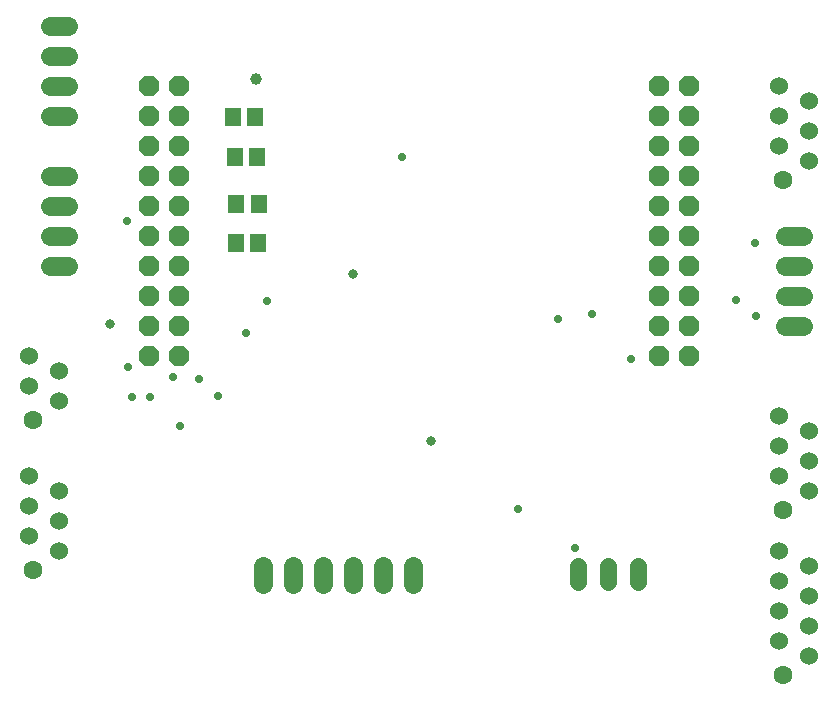
<source format=gts>
G75*
%MOIN*%
%OFA0B0*%
%FSLAX24Y24*%
%IPPOS*%
%LPD*%
%AMOC8*
5,1,8,0,0,1.08239X$1,22.5*
%
%ADD10OC8,0.0670*%
%ADD11C,0.0640*%
%ADD12C,0.0580*%
%ADD13C,0.0600*%
%ADD14C,0.0631*%
%ADD15R,0.0552X0.0631*%
%ADD16C,0.0316*%
%ADD17C,0.0276*%
%ADD18C,0.0394*%
D10*
X005680Y012598D03*
X005680Y013598D03*
X006680Y013598D03*
X006680Y012598D03*
X006680Y014598D03*
X005680Y014598D03*
X005680Y015598D03*
X005680Y016598D03*
X006680Y016598D03*
X006680Y015598D03*
X006680Y017598D03*
X005680Y017598D03*
X005680Y018598D03*
X006680Y018598D03*
X006680Y019598D03*
X006680Y020598D03*
X005680Y020598D03*
X005680Y019598D03*
X005680Y021598D03*
X006680Y021598D03*
X022680Y021598D03*
X023680Y021598D03*
X023680Y020598D03*
X022680Y020598D03*
X022680Y019598D03*
X023680Y019598D03*
X023680Y018598D03*
X022680Y018598D03*
X022680Y017598D03*
X023680Y017598D03*
X023680Y016598D03*
X022680Y016598D03*
X022680Y015598D03*
X023680Y015598D03*
X023680Y014598D03*
X022680Y014598D03*
X022680Y013598D03*
X023680Y013598D03*
X023680Y012598D03*
X022680Y012598D03*
D11*
X026880Y013598D02*
X027480Y013598D01*
X027480Y014598D02*
X026880Y014598D01*
X026880Y015598D02*
X027480Y015598D01*
X027480Y016598D02*
X026880Y016598D01*
X014491Y005575D02*
X014491Y004975D01*
X013491Y004975D02*
X013491Y005575D01*
X012491Y005575D02*
X012491Y004975D01*
X011491Y004975D02*
X011491Y005575D01*
X010491Y005575D02*
X010491Y004975D01*
X009491Y004975D02*
X009491Y005575D01*
X002980Y015598D02*
X002380Y015598D01*
X002380Y016598D02*
X002980Y016598D01*
X002980Y017598D02*
X002380Y017598D01*
X002380Y018598D02*
X002980Y018598D01*
X002980Y020598D02*
X002380Y020598D01*
X002380Y021598D02*
X002980Y021598D01*
X002980Y022598D02*
X002380Y022598D01*
X002380Y023598D02*
X002980Y023598D01*
D12*
X019967Y005596D02*
X019967Y005056D01*
X020967Y005056D02*
X020967Y005596D01*
X021967Y005596D02*
X021967Y005056D01*
D13*
X026680Y005098D03*
X026680Y006098D03*
X027680Y005598D03*
X027680Y004598D03*
X027680Y003598D03*
X027680Y002598D03*
X026680Y003098D03*
X026680Y004098D03*
X027680Y008098D03*
X027680Y009098D03*
X027680Y010098D03*
X026680Y010598D03*
X026680Y009598D03*
X026680Y008598D03*
X027680Y019098D03*
X027680Y020098D03*
X027680Y021098D03*
X026680Y021598D03*
X026680Y020598D03*
X026680Y019598D03*
X002680Y012098D03*
X002680Y011098D03*
X001680Y011598D03*
X001680Y012598D03*
X001680Y008598D03*
X001680Y007598D03*
X001680Y006598D03*
X002680Y007098D03*
X002680Y008098D03*
X002680Y006098D03*
D14*
X001824Y005460D03*
X001824Y010460D03*
X026824Y007460D03*
X026824Y001960D03*
X026824Y018460D03*
D15*
X009334Y017649D03*
X008586Y017649D03*
X008566Y016365D03*
X009314Y016365D03*
X009286Y019220D03*
X008538Y019220D03*
X008479Y020547D03*
X009227Y020547D03*
D16*
X012487Y015322D03*
X015089Y009759D03*
X004365Y013661D03*
D17*
X004983Y012212D03*
X005101Y011228D03*
X005731Y011228D03*
X006467Y011897D03*
X007345Y011818D03*
X007975Y011267D03*
X006715Y010243D03*
X008920Y013354D03*
X009629Y014417D03*
X004944Y017094D03*
X014117Y019220D03*
X019314Y013826D03*
X020456Y013984D03*
X021755Y012488D03*
X025259Y014456D03*
X025928Y013905D03*
X025889Y016346D03*
X017975Y007488D03*
X019865Y006188D03*
D18*
X009263Y021830D03*
M02*

</source>
